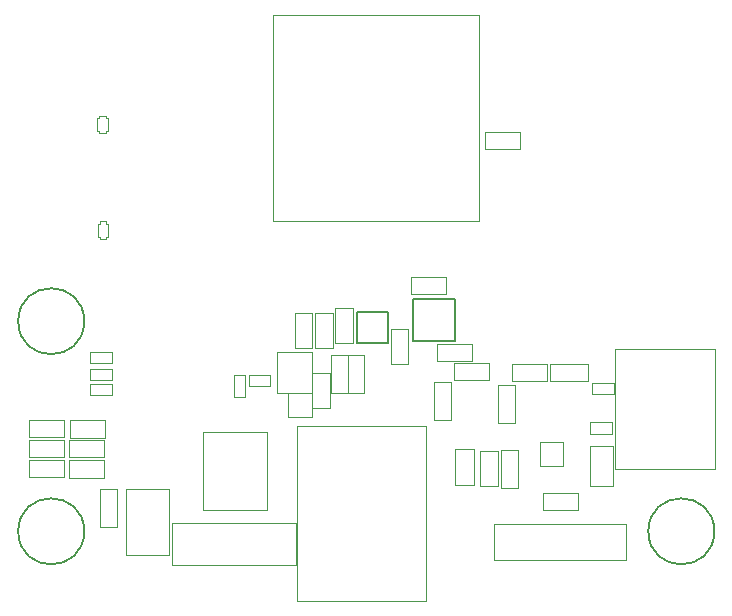
<source format=gbr>
%TF.GenerationSoftware,KiCad,Pcbnew,9.0.0-rc1*%
%TF.CreationDate,2025-02-03T21:42:01-06:00*%
%TF.ProjectId,tempo,74656d70-6f2e-46b6-9963-61645f706362,rev?*%
%TF.SameCoordinates,Original*%
%TF.FileFunction,Other,User*%
%FSLAX46Y46*%
G04 Gerber Fmt 4.6, Leading zero omitted, Abs format (unit mm)*
G04 Created by KiCad (PCBNEW 9.0.0-rc1) date 2025-02-03 21:42:01*
%MOMM*%
%LPD*%
G01*
G04 APERTURE LIST*
%ADD10C,0.050000*%
%ADD11C,0.050800*%
%ADD12C,0.127000*%
%ADD13C,0.152400*%
G04 APERTURE END LIST*
D10*
%TO.C,C9*%
X145350000Y-100180000D02*
X147170000Y-100180000D01*
X145350000Y-101100000D02*
X145350000Y-100180000D01*
X147170000Y-100180000D02*
X147170000Y-101100000D01*
X147170000Y-101100000D02*
X145350000Y-101100000D01*
%TO.C,C8*%
X159080000Y-91909999D02*
X162040000Y-91909999D01*
X159080000Y-93369999D02*
X159080000Y-91909999D01*
X162040000Y-91909999D02*
X162040000Y-93369999D01*
X162040000Y-93369999D02*
X159080000Y-93369999D01*
%TO.C,C15*%
X170275000Y-110210000D02*
X173235000Y-110210000D01*
X170275000Y-111670000D02*
X170275000Y-110210000D01*
X173235000Y-110210000D02*
X173235000Y-111670000D01*
X173235000Y-111670000D02*
X170275000Y-111670000D01*
%TO.C,C10*%
X162715000Y-99150000D02*
X165675000Y-99150000D01*
X162715000Y-100610000D02*
X162715000Y-99150000D01*
X165675000Y-99150000D02*
X165675000Y-100610000D01*
X165675000Y-100610000D02*
X162715000Y-100610000D01*
%TO.C,J5*%
X149320000Y-116260000D02*
X138820000Y-116260000D01*
X138820000Y-112710000D01*
X149320000Y-112710000D01*
X149320000Y-116260000D01*
%TO.C,R2*%
X174430000Y-100870000D02*
X176290000Y-100870000D01*
X174430000Y-101810000D02*
X174430000Y-100870000D01*
X176290000Y-100870000D02*
X176290000Y-101810000D01*
X176290000Y-101810000D02*
X174430000Y-101810000D01*
%TO.C,R9*%
X130155000Y-105710000D02*
X133115000Y-105710000D01*
X130155000Y-107170000D02*
X130155000Y-105710000D01*
X133115000Y-105710000D02*
X133115000Y-107170000D01*
X133115000Y-107170000D02*
X130155000Y-107170000D01*
%TO.C,R5*%
X130205000Y-104050000D02*
X133165000Y-104050000D01*
X130205000Y-105510000D02*
X130205000Y-104050000D01*
X133165000Y-104050000D02*
X133165000Y-105510000D01*
X133165000Y-105510000D02*
X130205000Y-105510000D01*
%TO.C,U5*%
X141422500Y-105040000D02*
X141422500Y-111640000D01*
X141422500Y-111640000D02*
X146922500Y-111640000D01*
X146922500Y-105040000D02*
X141422500Y-105040000D01*
X146922500Y-111640000D02*
X146922500Y-105040000D01*
%TO.C,TP3*%
X148660000Y-101740000D02*
X148660000Y-103740000D01*
X148660000Y-101740000D02*
X150660000Y-101740000D01*
X150660000Y-103740000D02*
X148660000Y-103740000D01*
X150660000Y-103740000D02*
X150660000Y-101740000D01*
%TO.C,C2*%
X165330000Y-79610000D02*
X168290000Y-79610000D01*
X165330000Y-81070000D02*
X165330000Y-79610000D01*
X168290000Y-79610000D02*
X168290000Y-81070000D01*
X168290000Y-81070000D02*
X165330000Y-81070000D01*
%TO.C,D2*%
X132510000Y-78440000D02*
X132680000Y-78440000D01*
X132510000Y-79540000D02*
X132510000Y-78440000D01*
X132680000Y-78240000D02*
X133240000Y-78240000D01*
X132680000Y-78440000D02*
X132680000Y-78240000D01*
X132680000Y-79540000D02*
X132510000Y-79540000D01*
X132680000Y-79540000D02*
X132680000Y-79740000D01*
X132680000Y-79740000D02*
X133240000Y-79740000D01*
X133240000Y-78240000D02*
X133240000Y-78440000D01*
X133240000Y-78440000D02*
X133410000Y-78440000D01*
X133240000Y-79740000D02*
X133240000Y-79540000D01*
X133410000Y-78440000D02*
X133410000Y-79540000D01*
X133410000Y-79540000D02*
X133240000Y-79540000D01*
%TO.C,U4*%
X147710000Y-98240000D02*
X150710000Y-98240000D01*
X147710000Y-101740000D02*
X147710000Y-98240000D01*
X150710000Y-98240000D02*
X150710000Y-101740000D01*
X150710000Y-101740000D02*
X147710000Y-101740000D01*
%TO.C,J3*%
X166110000Y-112790000D02*
X166110000Y-115890000D01*
X166110000Y-115890000D02*
X177310000Y-115890000D01*
X177310000Y-112790000D02*
X166110000Y-112790000D01*
X177310000Y-115890000D02*
X177310000Y-112790000D01*
D11*
%TO.C,R13*%
X161045000Y-100830000D02*
X162445000Y-100830000D01*
X161045000Y-104030000D02*
X161045000Y-100830000D01*
X162445000Y-100830000D02*
X162445000Y-104030000D01*
X162445000Y-104030000D02*
X161045000Y-104030000D01*
%TO.C,R15*%
X166720000Y-106530000D02*
X168120000Y-106530000D01*
X166720000Y-109730000D02*
X166720000Y-106530000D01*
X168120000Y-106530000D02*
X168120000Y-109730000D01*
X168120000Y-109730000D02*
X166720000Y-109730000D01*
D12*
%TO.C,H1*%
X131403784Y-95650000D02*
G75*
G02*
X125815784Y-95650000I-2794000J0D01*
G01*
X125815784Y-95650000D02*
G75*
G02*
X131403784Y-95650000I2794000J0D01*
G01*
D10*
%TO.C,C11*%
X164940000Y-106675000D02*
X166400000Y-106675000D01*
X164940000Y-109635000D02*
X164940000Y-106675000D01*
X166400000Y-106675000D02*
X166400000Y-109635000D01*
X166400000Y-109635000D02*
X164940000Y-109635000D01*
D11*
%TO.C,R4*%
X153710000Y-98490000D02*
X155110000Y-98490000D01*
X153710000Y-101690000D02*
X153710000Y-98490000D01*
X155110000Y-98490000D02*
X155110000Y-101690000D01*
X155110000Y-101690000D02*
X153710000Y-101690000D01*
D10*
%TO.C,R8*%
X131865000Y-100960000D02*
X133725000Y-100960000D01*
X131865000Y-101900000D02*
X131865000Y-100960000D01*
X133725000Y-100960000D02*
X133725000Y-101900000D01*
X133725000Y-101900000D02*
X131865000Y-101900000D01*
%TO.C,U7*%
X149460000Y-104540000D02*
X149460000Y-119340000D01*
X149460000Y-119340000D02*
X160360000Y-119340000D01*
X160360000Y-104540000D02*
X149460000Y-104540000D01*
X160360000Y-119340000D02*
X160360000Y-104540000D01*
D11*
%TO.C,R14*%
X132760000Y-109890000D02*
X134160000Y-109890000D01*
X132760000Y-113090000D02*
X132760000Y-109890000D01*
X134160000Y-109890000D02*
X134160000Y-113090000D01*
X134160000Y-113090000D02*
X132760000Y-113090000D01*
D10*
%TO.C,C3*%
X152679300Y-94510126D02*
X154139300Y-94510126D01*
X152679300Y-97470126D02*
X152679300Y-94510126D01*
X154139300Y-94510126D02*
X154139300Y-97470126D01*
X154139300Y-97470126D02*
X152679300Y-97470126D01*
%TO.C,C7*%
X150980000Y-94975000D02*
X152440000Y-94975000D01*
X150980000Y-97935000D02*
X150980000Y-94975000D01*
X152440000Y-94975000D02*
X152440000Y-97935000D01*
X152440000Y-97935000D02*
X150980000Y-97935000D01*
%TO.C,C4*%
X161285000Y-97559999D02*
X164245000Y-97559999D01*
X161285000Y-99019999D02*
X161285000Y-97559999D01*
X164245000Y-97559999D02*
X164245000Y-99019999D01*
X164245000Y-99019999D02*
X161285000Y-99019999D01*
%TO.C,J2*%
X176365000Y-98005000D02*
X176365000Y-108145000D01*
X176365000Y-108145000D02*
X184795000Y-108145000D01*
X184795000Y-98005000D02*
X176365000Y-98005000D01*
X184795000Y-108145000D02*
X184795000Y-98005000D01*
D11*
%TO.C,R16*%
X166445000Y-101055000D02*
X167845000Y-101055000D01*
X166445000Y-104255000D02*
X166445000Y-101055000D01*
X167845000Y-101055000D02*
X167845000Y-104255000D01*
X167845000Y-104255000D02*
X166445000Y-104255000D01*
D10*
%TO.C,R12*%
X144070000Y-100200000D02*
X145010000Y-100200000D01*
X144070000Y-102060000D02*
X144070000Y-100200000D01*
X145010000Y-100200000D02*
X145010000Y-102060000D01*
X145010000Y-102060000D02*
X144070000Y-102060000D01*
D11*
%TO.C,C13*%
X162810000Y-106490000D02*
X164410000Y-106490000D01*
X162810000Y-109490000D02*
X162810000Y-106490000D01*
X164410000Y-106490000D02*
X164410000Y-109490000D01*
X164410000Y-109490000D02*
X162810000Y-109490000D01*
D10*
%TO.C,C6*%
X150730000Y-100010000D02*
X152190000Y-100010000D01*
X150730000Y-102970000D02*
X150730000Y-100010000D01*
X152190000Y-100010000D02*
X152190000Y-102970000D01*
X152190000Y-102970000D02*
X150730000Y-102970000D01*
%TO.C,D1*%
X132560000Y-87390000D02*
X132730000Y-87390000D01*
X132560000Y-88490000D02*
X132560000Y-87390000D01*
X132730000Y-87190000D02*
X133290000Y-87190000D01*
X132730000Y-87390000D02*
X132730000Y-87190000D01*
X132730000Y-88490000D02*
X132560000Y-88490000D01*
X132730000Y-88490000D02*
X132730000Y-88690000D01*
X132730000Y-88690000D02*
X133290000Y-88690000D01*
X133290000Y-87190000D02*
X133290000Y-87390000D01*
X133290000Y-87390000D02*
X133460000Y-87390000D01*
X133290000Y-88690000D02*
X133290000Y-88490000D01*
X133460000Y-87390000D02*
X133460000Y-88490000D01*
X133460000Y-88490000D02*
X133290000Y-88490000D01*
%TO.C,R7*%
X131875000Y-99710000D02*
X133735000Y-99710000D01*
X131875000Y-100650000D02*
X131875000Y-99710000D01*
X133735000Y-99710000D02*
X133735000Y-100650000D01*
X133735000Y-100650000D02*
X131875000Y-100650000D01*
%TO.C,C12*%
X167615000Y-99250000D02*
X170575000Y-99250000D01*
X167615000Y-100710000D02*
X167615000Y-99250000D01*
X170575000Y-99250000D02*
X170575000Y-100710000D01*
X170575000Y-100710000D02*
X167615000Y-100710000D01*
%TO.C,LED3*%
X126725000Y-107420000D02*
X129685000Y-107420000D01*
X126725000Y-108880000D02*
X126725000Y-107420000D01*
X129685000Y-107420000D02*
X129685000Y-108880000D01*
X129685000Y-108880000D02*
X126725000Y-108880000D01*
D11*
%TO.C,R11*%
X170870000Y-99280000D02*
X174070000Y-99280000D01*
X170870000Y-100680000D02*
X170870000Y-99280000D01*
X174070000Y-99280000D02*
X174070000Y-100680000D01*
X174070000Y-100680000D02*
X170870000Y-100680000D01*
D13*
%TO.C,U1*%
X154526600Y-94907426D02*
X155178237Y-94907426D01*
X154526600Y-95309000D02*
X154526600Y-94907426D01*
X154526600Y-95309000D02*
X154526600Y-95309000D01*
X154526600Y-97071252D02*
X154526600Y-95309000D01*
X154526600Y-97071252D02*
X154526600Y-97071252D01*
X154526600Y-97472826D02*
X154526600Y-97071252D01*
X155178237Y-94907426D02*
X155178237Y-94907426D01*
X155178237Y-94907426D02*
X156440363Y-94907426D01*
X155178237Y-97472826D02*
X154526600Y-97472826D01*
X155178237Y-97472826D02*
X155178237Y-97472826D01*
X156440363Y-94907426D02*
X156440363Y-94907426D01*
X156440363Y-94907426D02*
X157092000Y-94907426D01*
X156440363Y-97472826D02*
X155178237Y-97472826D01*
X156440363Y-97472826D02*
X156440363Y-97472826D01*
X157092000Y-94907426D02*
X157092000Y-95309000D01*
X157092000Y-95309000D02*
X157092000Y-95309000D01*
X157092000Y-95309000D02*
X157092000Y-97071252D01*
X157092000Y-97071252D02*
X157092000Y-97071252D01*
X157092000Y-97071252D02*
X157092000Y-97472826D01*
X157092000Y-97472826D02*
X156440363Y-97472826D01*
D10*
%TO.C,TP4*%
X169960000Y-105900000D02*
X169960000Y-107900000D01*
X169960000Y-105900000D02*
X171960000Y-105900000D01*
X171960000Y-107900000D02*
X169960000Y-107900000D01*
X171960000Y-107900000D02*
X171960000Y-105900000D01*
%TO.C,LED1*%
X126745000Y-104010000D02*
X129705000Y-104010000D01*
X126745000Y-105470000D02*
X126745000Y-104010000D01*
X129705000Y-104010000D02*
X129705000Y-105470000D01*
X129705000Y-105470000D02*
X126745000Y-105470000D01*
%TO.C,R10*%
X130095000Y-107440000D02*
X133055000Y-107440000D01*
X130095000Y-108900000D02*
X130095000Y-107440000D01*
X133055000Y-107440000D02*
X133055000Y-108900000D01*
X133055000Y-108900000D02*
X130095000Y-108900000D01*
D12*
%TO.C,H3*%
X184754000Y-113440000D02*
G75*
G02*
X179166000Y-113440000I-2794000J0D01*
G01*
X179166000Y-113440000D02*
G75*
G02*
X184754000Y-113440000I2794000J0D01*
G01*
D10*
%TO.C,R1*%
X174230000Y-104220000D02*
X176090000Y-104220000D01*
X174230000Y-105160000D02*
X174230000Y-104220000D01*
X176090000Y-104220000D02*
X176090000Y-105160000D01*
X176090000Y-105160000D02*
X174230000Y-105160000D01*
%TO.C,SW4*%
X134960000Y-109840000D02*
X138560000Y-109840000D01*
X134960000Y-115440000D02*
X134960000Y-109840000D01*
X138560000Y-109840000D02*
X138560000Y-115440000D01*
X138560000Y-115440000D02*
X134960000Y-115440000D01*
%TO.C,F1*%
X174260000Y-106210000D02*
X176160000Y-106210000D01*
X174260000Y-109570000D02*
X174260000Y-106210000D01*
X176160000Y-106210000D02*
X176160000Y-109570000D01*
X176160000Y-109570000D02*
X174260000Y-109570000D01*
D11*
%TO.C,R3*%
X152310000Y-98490000D02*
X153710000Y-98490000D01*
X152310000Y-101690000D02*
X152310000Y-98490000D01*
X153710000Y-98490000D02*
X153710000Y-101690000D01*
X153710000Y-101690000D02*
X152310000Y-101690000D01*
D10*
%TO.C,C1*%
X157380000Y-96310000D02*
X158840000Y-96310000D01*
X157380000Y-99270000D02*
X157380000Y-96310000D01*
X158840000Y-96310000D02*
X158840000Y-99270000D01*
X158840000Y-99270000D02*
X157380000Y-99270000D01*
%TO.C,LED2*%
X126725000Y-105720000D02*
X129685000Y-105720000D01*
X126725000Y-107180000D02*
X126725000Y-105720000D01*
X129685000Y-105720000D02*
X129685000Y-107180000D01*
X129685000Y-107180000D02*
X126725000Y-107180000D01*
D12*
%TO.C,H2*%
X131404000Y-113440000D02*
G75*
G02*
X125816000Y-113440000I-2794000J0D01*
G01*
X125816000Y-113440000D02*
G75*
G02*
X131404000Y-113440000I2794000J0D01*
G01*
D10*
%TO.C,R6*%
X131865000Y-98260000D02*
X133725000Y-98260000D01*
X131865000Y-99200000D02*
X131865000Y-98260000D01*
X133725000Y-98260000D02*
X133725000Y-99200000D01*
X133725000Y-99200000D02*
X131865000Y-99200000D01*
%TO.C,U2*%
X147360000Y-69690000D02*
X147360000Y-87190000D01*
X147360000Y-87190000D02*
X164860000Y-87190000D01*
X164860000Y-69690000D02*
X147360000Y-69690000D01*
X164860000Y-87190000D02*
X164860000Y-69690000D01*
%TO.C,C5*%
X149250000Y-94975000D02*
X150710000Y-94975000D01*
X149250000Y-97935000D02*
X149250000Y-94975000D01*
X150710000Y-94975000D02*
X150710000Y-97935000D01*
X150710000Y-97935000D02*
X149250000Y-97935000D01*
D13*
%TO.C,U3*%
X159252400Y-94389399D02*
X159257400Y-94389399D01*
X159252400Y-96702199D02*
X159252400Y-94389399D01*
X159257400Y-93793199D02*
X159853600Y-93793199D01*
X159257400Y-94389399D02*
X159257400Y-93793199D01*
X159257400Y-96702199D02*
X159252400Y-96702199D01*
X159257400Y-97298399D02*
X159257400Y-96702199D01*
X159853600Y-93788199D02*
X162166400Y-93788199D01*
X159853600Y-93793199D02*
X159853600Y-93788199D01*
X159853600Y-97298399D02*
X159257400Y-97298399D01*
X159853600Y-97303399D02*
X159853600Y-97298399D01*
X162166400Y-93788199D02*
X162166400Y-93793199D01*
X162166400Y-93793199D02*
X162762600Y-93793199D01*
X162166400Y-97298399D02*
X162166400Y-97303399D01*
X162166400Y-97303399D02*
X159853600Y-97303399D01*
X162762600Y-93793199D02*
X162762600Y-94389399D01*
X162762600Y-94389399D02*
X162767600Y-94389399D01*
X162762600Y-96702199D02*
X162762600Y-97298399D01*
X162762600Y-97298399D02*
X162166400Y-97298399D01*
X162767600Y-94389399D02*
X162767600Y-96702199D01*
X162767600Y-96702199D02*
X162762600Y-96702199D01*
%TD*%
M02*

</source>
